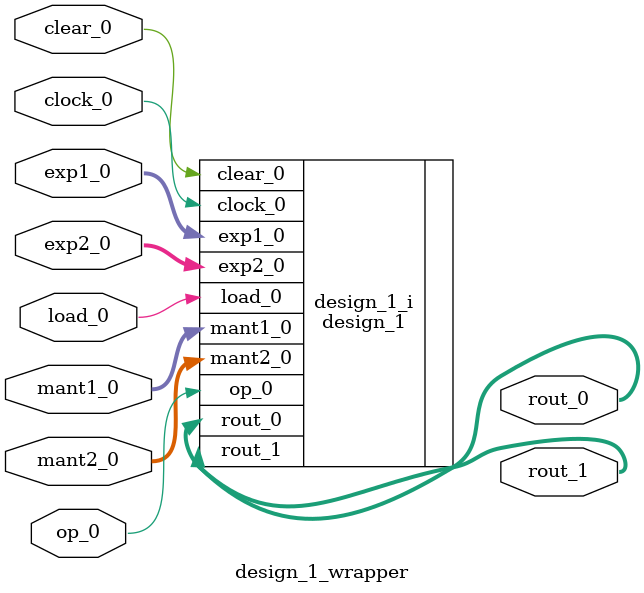
<source format=v>
`timescale 1 ps / 1 ps

module design_1_wrapper
   (clear_0,
    clock_0,
    exp1_0,
    exp2_0,
    load_0,
    mant1_0,
    mant2_0,
    op_0,
    rout_0,
    rout_1);
  input clear_0;
  input clock_0;
  input [7:0]exp1_0;
  input [7:0]exp2_0;
  input load_0;
  input [23:0]mant1_0;
  input [23:0]mant2_0;
  input op_0;
  output [23:0]rout_0;
  output [7:0]rout_1;

  wire clear_0;
  wire clock_0;
  wire [7:0]exp1_0;
  wire [7:0]exp2_0;
  wire load_0;
  wire [23:0]mant1_0;
  wire [23:0]mant2_0;
  wire op_0;
  wire [23:0]rout_0;
  wire [7:0]rout_1;

  design_1 design_1_i
       (.clear_0(clear_0),
        .clock_0(clock_0),
        .exp1_0(exp1_0),
        .exp2_0(exp2_0),
        .load_0(load_0),
        .mant1_0(mant1_0),
        .mant2_0(mant2_0),
        .op_0(op_0),
        .rout_0(rout_0),
        .rout_1(rout_1));
endmodule

</source>
